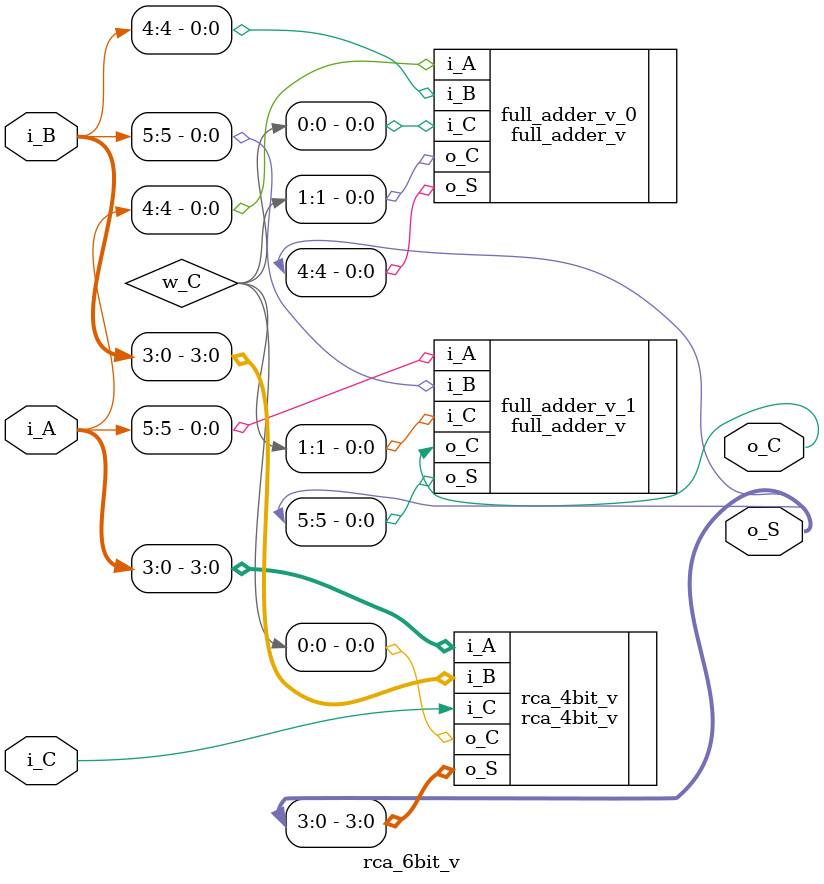
<source format=v>
module rca_6bit_v (
  input [5:0] i_A,
  input [5:0] i_B,
  input i_C,
  output [5:0] o_S,
  output o_C
  );

  wire [1:0] w_C;
  rca_4bit_v rca_4bit_v(
    .i_A(i_A[3:0]),
    .i_B(i_B[3:0]),
    .i_C(i_C),
    .o_S(o_S[3:0]),
    .o_C(w_C[0])
    );

  full_adder_v full_adder_v_0 (
    .i_A(i_A[4]),
    .i_B(i_B[4]),
    .i_C(w_C[0]),
    .o_S(o_S[4]),
    .o_C(w_C[1])
    );

  full_adder_v full_adder_v_1 (
    .i_A(i_A[5]),
    .i_B(i_B[5]),
    .i_C(w_C[1]),
    .o_S(o_S[5]),
    .o_C(o_C)
    );





endmodule // rca_4bit_v

</source>
